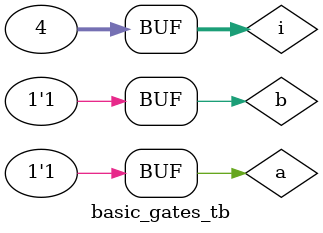
<source format=v>
module basic_gates(input a,input b,output [0:6]y);
    not(y[0],a);           //Not gate
    and(y[1], a,b);      //And gate
    or(y[2],a,b);        //Or gate
    nand(y[3],a,b);      //Nand gate
    nor(y[4],a,b);       //Nor gate
    xor(y[5],a,b);       //Ex-or gate
    xnor(y[6],a,b);      //Ex-nor gate   //y = 1001101
endmodule

//test bench............................//
module basic_gates_tb;
//DUT Inputs
reg a;
reg b;
//DUT Outputs
 wire [0:6]y;
// Module instantiation
basic_gates uut (a,b,y);

integer i;
// Initialize Inputs
initial begin
for(i =0; i <4 ; i= i+1)
#10 {a,b}=i;
end
initial
$monitor("a= %0b | b = %0b |y = %0b",a,b,y);
endmodule
</source>
